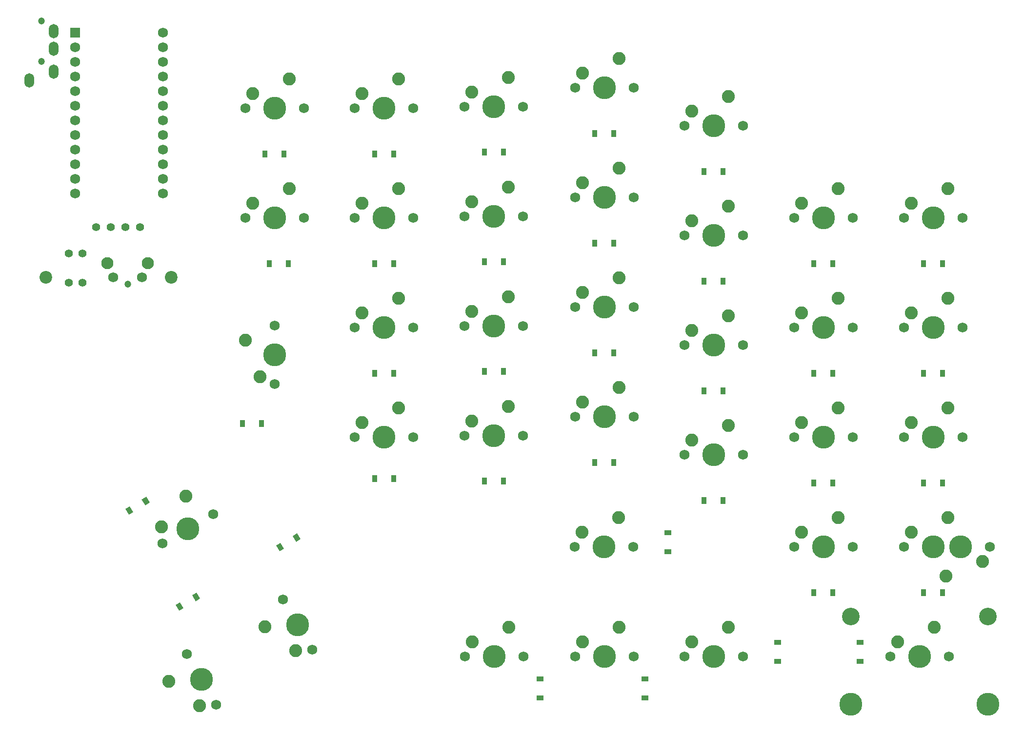
<source format=gbs>
G04 #@! TF.GenerationSoftware,KiCad,Pcbnew,5.1.10*
G04 #@! TF.CreationDate,2021-08-07T14:45:30-04:00*
G04 #@! TF.ProjectId,v05_right,7630355f-7269-4676-9874-2e6b69636164,rev?*
G04 #@! TF.SameCoordinates,Original*
G04 #@! TF.FileFunction,Soldermask,Bot*
G04 #@! TF.FilePolarity,Negative*
%FSLAX46Y46*%
G04 Gerber Fmt 4.6, Leading zero omitted, Abs format (unit mm)*
G04 Created by KiCad (PCBNEW 5.1.10) date 2021-08-07 14:45:30*
%MOMM*%
%LPD*%
G01*
G04 APERTURE LIST*
%ADD10C,2.250000*%
%ADD11C,3.987800*%
%ADD12C,1.750000*%
%ADD13C,3.048000*%
%ADD14C,0.100000*%
%ADD15R,0.900000X1.200000*%
%ADD16O,1.700000X2.500000*%
%ADD17C,1.200000*%
%ADD18C,2.100000*%
%ADD19C,2.200000*%
%ADD20R,1.200000X0.900000*%
%ADD21C,1.397000*%
%ADD22R,1.752600X1.752600*%
%ADD23C,1.752600*%
G04 APERTURE END LIST*
D10*
X-27622500Y-130651250D03*
D11*
X-30162500Y-135731250D03*
D10*
X-33972500Y-133191250D03*
D12*
X-35242500Y-135731250D03*
X-25082500Y-135731250D03*
D13*
X-42068750Y-128746250D03*
X-18256250Y-128746250D03*
D11*
X-42068750Y-143986250D03*
X-18256250Y-143986250D03*
D10*
X-25558750Y-121761250D03*
D11*
X-23018750Y-116681250D03*
D10*
X-19208750Y-119221250D03*
D12*
X-17938750Y-116681250D03*
X-28098750Y-116681250D03*
D10*
X-160450659Y-140040295D03*
D11*
X-154781250Y-139700000D03*
D10*
X-155075955Y-144269557D03*
D12*
X-152241250Y-144099409D03*
X-157321250Y-135300591D03*
D10*
X-139541250Y-54451250D03*
D11*
X-142081250Y-59531250D03*
D10*
X-145891250Y-56991250D03*
D12*
X-147161250Y-59531250D03*
X-137001250Y-59531250D03*
D14*
G36*
X-155823269Y-126125865D02*
G01*
X-156423269Y-125086635D01*
X-155643847Y-124636635D01*
X-155043847Y-125675865D01*
X-155823269Y-126125865D01*
G37*
G36*
X-158681153Y-127775865D02*
G01*
X-159281153Y-126736635D01*
X-158501731Y-126286635D01*
X-157901731Y-127325865D01*
X-158681153Y-127775865D01*
G37*
D15*
X-139700000Y-67468750D03*
X-143000000Y-67468750D03*
D16*
X-184662500Y-35612500D03*
X-180462500Y-34112500D03*
X-180462500Y-30112500D03*
X-180462500Y-27112500D03*
D17*
X-182562500Y-32312500D03*
X-182562500Y-25312500D03*
X-167600000Y-71060000D03*
D18*
X-164100000Y-67360000D03*
D12*
X-165100000Y-69850000D03*
X-170100000Y-69850000D03*
D18*
X-171110000Y-67360000D03*
D19*
X-160000000Y-69850000D03*
X-181750000Y-69850000D03*
D10*
X-101490000Y-73197500D03*
D11*
X-104030000Y-78277500D03*
D10*
X-107840000Y-75737500D03*
D12*
X-109110000Y-78277500D03*
X-98950000Y-78277500D03*
D10*
X-101435000Y-130651250D03*
D11*
X-103975000Y-135731250D03*
D10*
X-107785000Y-133191250D03*
D12*
X-109055000Y-135731250D03*
X-98895000Y-135731250D03*
D10*
X-82385000Y-111601250D03*
D11*
X-84925000Y-116681250D03*
D10*
X-88735000Y-114141250D03*
D12*
X-90005000Y-116681250D03*
X-79845000Y-116681250D03*
D10*
X-63335000Y-130651250D03*
D11*
X-65875000Y-135731250D03*
D10*
X-69685000Y-133191250D03*
D12*
X-70955000Y-135731250D03*
X-60795000Y-135731250D03*
D10*
X-63303750Y-95578000D03*
D11*
X-65843750Y-100658000D03*
D10*
X-69653750Y-98118000D03*
D12*
X-70923750Y-100658000D03*
X-60763750Y-100658000D03*
D10*
X-63303750Y-76528000D03*
D11*
X-65843750Y-81608000D03*
D10*
X-69653750Y-79068000D03*
D12*
X-70923750Y-81608000D03*
X-60763750Y-81608000D03*
D10*
X-63303750Y-38428000D03*
D11*
X-65843750Y-43508000D03*
D10*
X-69653750Y-40968000D03*
D12*
X-70923750Y-43508000D03*
X-60763750Y-43508000D03*
D10*
X-25241250Y-111601250D03*
D11*
X-27781250Y-116681250D03*
D10*
X-31591250Y-114141250D03*
D12*
X-32861250Y-116681250D03*
X-22701250Y-116681250D03*
D14*
G36*
X-138360769Y-115807115D02*
G01*
X-138960769Y-114767885D01*
X-138181347Y-114317885D01*
X-137581347Y-115357115D01*
X-138360769Y-115807115D01*
G37*
G36*
X-141218653Y-117457115D02*
G01*
X-141818653Y-116417885D01*
X-141039231Y-115967885D01*
X-140439231Y-117007115D01*
X-141218653Y-117457115D01*
G37*
D20*
X-96043750Y-139637500D03*
X-96043750Y-142937500D03*
X-77787500Y-139637500D03*
X-77787500Y-142937500D03*
X-73818750Y-114237500D03*
X-73818750Y-117537500D03*
X-54768750Y-133287500D03*
X-54768750Y-136587500D03*
X-40481250Y-133287500D03*
X-40481250Y-136587500D03*
D14*
G36*
X-164554519Y-109457115D02*
G01*
X-165154519Y-108417885D01*
X-164375097Y-107967885D01*
X-163775097Y-109007115D01*
X-164554519Y-109457115D01*
G37*
G36*
X-167412403Y-111107115D02*
G01*
X-168012403Y-110067885D01*
X-167232981Y-109617885D01*
X-166632981Y-110657115D01*
X-167412403Y-111107115D01*
G37*
D15*
X-121381250Y-104775000D03*
X-124681250Y-104775000D03*
X-102380000Y-105265000D03*
X-105680000Y-105265000D03*
X-83230000Y-102040000D03*
X-86530000Y-102040000D03*
X-64230000Y-108640000D03*
X-67530000Y-108640000D03*
X-45181250Y-124618750D03*
X-48481250Y-124618750D03*
X-26131250Y-124618750D03*
X-29431250Y-124618750D03*
X-144400000Y-95250000D03*
X-147700000Y-95250000D03*
X-121381250Y-86518750D03*
X-124681250Y-86518750D03*
X-102380000Y-86215000D03*
X-105680000Y-86215000D03*
X-83230000Y-82990000D03*
X-86530000Y-82990000D03*
X-64230000Y-89590000D03*
X-67530000Y-89590000D03*
X-45181250Y-105568750D03*
X-48481250Y-105568750D03*
X-26131250Y-105568750D03*
X-29431250Y-105568750D03*
X-121381250Y-67468750D03*
X-124681250Y-67468750D03*
X-102380000Y-67165000D03*
X-105680000Y-67165000D03*
X-83230000Y-63940000D03*
X-86530000Y-63940000D03*
X-64230000Y-70540000D03*
X-67530000Y-70540000D03*
X-45181250Y-86518750D03*
X-48481250Y-86518750D03*
X-26131250Y-86518750D03*
X-29431250Y-86518750D03*
X-140431250Y-48418750D03*
X-143731250Y-48418750D03*
X-121381250Y-48418750D03*
X-124681250Y-48418750D03*
X-102380000Y-48115000D03*
X-105680000Y-48115000D03*
X-83230000Y-44890000D03*
X-86530000Y-44890000D03*
X-64230000Y-51490000D03*
X-67530000Y-51490000D03*
X-45181250Y-67468750D03*
X-48481250Y-67468750D03*
X-26131250Y-67468750D03*
X-29431250Y-67468750D03*
D10*
X-147161250Y-80803750D03*
D11*
X-142081250Y-83343750D03*
D10*
X-144621250Y-87153750D03*
D12*
X-142081250Y-88423750D03*
X-142081250Y-78263750D03*
D10*
X-120590000Y-54451250D03*
D11*
X-123130000Y-59531250D03*
D10*
X-126940000Y-56991250D03*
D12*
X-128210000Y-59531250D03*
X-118050000Y-59531250D03*
D10*
X-63303750Y-57478000D03*
D11*
X-65843750Y-62558000D03*
D10*
X-69653750Y-60018000D03*
D12*
X-70923750Y-62558000D03*
X-60763750Y-62558000D03*
D10*
X-120590000Y-35401250D03*
D11*
X-123130000Y-40481250D03*
D10*
X-126940000Y-37941250D03*
D12*
X-128210000Y-40481250D03*
X-118050000Y-40481250D03*
D21*
X-177800000Y-70802500D03*
X-177800000Y-65722500D03*
X-175418750Y-65722500D03*
X-175418750Y-70802500D03*
X-165417500Y-61118750D03*
X-167957500Y-61118750D03*
X-170497500Y-61118750D03*
X-173037500Y-61118750D03*
D22*
X-176688750Y-27305000D03*
D23*
X-176688750Y-29845000D03*
X-176688750Y-32385000D03*
X-176688750Y-34925000D03*
X-176688750Y-37465000D03*
X-176688750Y-40005000D03*
X-176688750Y-42545000D03*
X-176688750Y-45085000D03*
X-176688750Y-47625000D03*
X-176688750Y-50165000D03*
X-176688750Y-52705000D03*
X-161448750Y-55245000D03*
X-161448750Y-52705000D03*
X-161448750Y-50165000D03*
X-161448750Y-47625000D03*
X-161448750Y-45085000D03*
X-161448750Y-42545000D03*
X-161448750Y-40005000D03*
X-161448750Y-37465000D03*
X-161448750Y-34925000D03*
X-161448750Y-32385000D03*
X-161448750Y-29845000D03*
X-176688750Y-55245000D03*
X-161448750Y-27305000D03*
D10*
X-143781909Y-130515295D03*
D11*
X-138112500Y-130175000D03*
D10*
X-138407205Y-134744557D03*
D12*
X-135572500Y-134574409D03*
X-140652500Y-125775591D03*
D10*
X-82321500Y-130663250D03*
D11*
X-84861500Y-135743250D03*
D10*
X-88671500Y-133203250D03*
D12*
X-89941500Y-135743250D03*
X-79781500Y-135743250D03*
D10*
X-157502795Y-107836841D03*
D11*
X-157162500Y-113506250D03*
D10*
X-161732057Y-113211545D03*
D12*
X-161561909Y-116046250D03*
X-152763091Y-110966250D03*
D10*
X-120590000Y-92551250D03*
D11*
X-123130000Y-97631250D03*
D10*
X-126940000Y-95091250D03*
D12*
X-128210000Y-97631250D03*
X-118050000Y-97631250D03*
D10*
X-101490000Y-92247500D03*
D11*
X-104030000Y-97327500D03*
D10*
X-107840000Y-94787500D03*
D12*
X-109110000Y-97327500D03*
X-98950000Y-97327500D03*
D10*
X-82340000Y-88990750D03*
D11*
X-84880000Y-94070750D03*
D10*
X-88690000Y-91530750D03*
D12*
X-89960000Y-94070750D03*
X-79800000Y-94070750D03*
D10*
X-44291250Y-111601250D03*
D11*
X-46831250Y-116681250D03*
D10*
X-50641250Y-114141250D03*
D12*
X-51911250Y-116681250D03*
X-41751250Y-116681250D03*
D10*
X-120590000Y-73501250D03*
D11*
X-123130000Y-78581250D03*
D10*
X-126940000Y-76041250D03*
D12*
X-128210000Y-78581250D03*
X-118050000Y-78581250D03*
D10*
X-82340000Y-69940750D03*
D11*
X-84880000Y-75020750D03*
D10*
X-88690000Y-72480750D03*
D12*
X-89960000Y-75020750D03*
X-79800000Y-75020750D03*
D10*
X-44291250Y-92551250D03*
D11*
X-46831250Y-97631250D03*
D10*
X-50641250Y-95091250D03*
D12*
X-51911250Y-97631250D03*
X-41751250Y-97631250D03*
D10*
X-25241250Y-92551250D03*
D11*
X-27781250Y-97631250D03*
D10*
X-31591250Y-95091250D03*
D12*
X-32861250Y-97631250D03*
X-22701250Y-97631250D03*
D10*
X-101490000Y-54147500D03*
D11*
X-104030000Y-59227500D03*
D10*
X-107840000Y-56687500D03*
D12*
X-109110000Y-59227500D03*
X-98950000Y-59227500D03*
D10*
X-82340000Y-50890750D03*
D11*
X-84880000Y-55970750D03*
D10*
X-88690000Y-53430750D03*
D12*
X-89960000Y-55970750D03*
X-79800000Y-55970750D03*
D10*
X-44291250Y-73501250D03*
D11*
X-46831250Y-78581250D03*
D10*
X-50641250Y-76041250D03*
D12*
X-51911250Y-78581250D03*
X-41751250Y-78581250D03*
D10*
X-25241250Y-73501250D03*
D11*
X-27781250Y-78581250D03*
D10*
X-31591250Y-76041250D03*
D12*
X-32861250Y-78581250D03*
X-22701250Y-78581250D03*
D10*
X-139541250Y-35401250D03*
D11*
X-142081250Y-40481250D03*
D10*
X-145891250Y-37941250D03*
D12*
X-147161250Y-40481250D03*
X-137001250Y-40481250D03*
D10*
X-101490000Y-35097500D03*
D11*
X-104030000Y-40177500D03*
D10*
X-107840000Y-37637500D03*
D12*
X-109110000Y-40177500D03*
X-98950000Y-40177500D03*
D10*
X-82340000Y-31840750D03*
D11*
X-84880000Y-36920750D03*
D10*
X-88690000Y-34380750D03*
D12*
X-89960000Y-36920750D03*
X-79800000Y-36920750D03*
D10*
X-44291250Y-54451250D03*
D11*
X-46831250Y-59531250D03*
D10*
X-50641250Y-56991250D03*
D12*
X-51911250Y-59531250D03*
X-41751250Y-59531250D03*
D10*
X-25241250Y-54451250D03*
D11*
X-27781250Y-59531250D03*
D10*
X-31591250Y-56991250D03*
D12*
X-32861250Y-59531250D03*
X-22701250Y-59531250D03*
M02*

</source>
